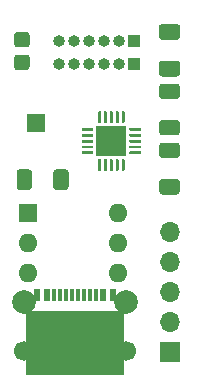
<source format=gbr>
%TF.GenerationSoftware,KiCad,Pcbnew,(5.1.9-0-10_14)*%
%TF.CreationDate,2021-04-20T11:58:30+01:00*%
%TF.ProjectId,Shelly,5368656c-6c79-42e6-9b69-6361645f7063,rev?*%
%TF.SameCoordinates,Original*%
%TF.FileFunction,Soldermask,Top*%
%TF.FilePolarity,Negative*%
%FSLAX46Y46*%
G04 Gerber Fmt 4.6, Leading zero omitted, Abs format (unit mm)*
G04 Created by KiCad (PCBNEW (5.1.9-0-10_14)) date 2021-04-20 11:58:30*
%MOMM*%
%LPD*%
G01*
G04 APERTURE LIST*
%ADD10O,1.000000X1.000000*%
%ADD11R,1.000000X1.000000*%
%ADD12R,1.524000X1.524000*%
%ADD13O,1.600000X1.600000*%
%ADD14R,1.600000X1.600000*%
%ADD15R,8.340000X5.490000*%
%ADD16R,0.600000X1.140000*%
%ADD17C,1.700000*%
%ADD18C,2.000000*%
%ADD19R,0.300000X1.140000*%
%ADD20C,1.524000*%
%ADD21R,2.500000X2.500000*%
%ADD22O,1.700000X1.700000*%
%ADD23R,1.700000X1.700000*%
G04 APERTURE END LIST*
D10*
%TO.C,J3*%
X174650000Y-62600000D03*
X175920000Y-62600000D03*
X177190000Y-62600000D03*
X178460000Y-62600000D03*
X179730000Y-62600000D03*
D11*
X181000000Y-62600000D03*
%TD*%
D12*
%TO.C,M1*%
X172730000Y-67620000D03*
%TD*%
D13*
%TO.C,U2*%
X179620000Y-75200000D03*
X172000000Y-80280000D03*
X179620000Y-77740000D03*
X172000000Y-77740000D03*
X179620000Y-80280000D03*
D14*
X172000000Y-75200000D03*
%TD*%
%TO.C,R3*%
G36*
G01*
X174150000Y-73025000D02*
X174150000Y-71775000D01*
G75*
G02*
X174400000Y-71525000I250000J0D01*
G01*
X175200000Y-71525000D01*
G75*
G02*
X175450000Y-71775000I0J-250000D01*
G01*
X175450000Y-73025000D01*
G75*
G02*
X175200000Y-73275000I-250000J0D01*
G01*
X174400000Y-73275000D01*
G75*
G02*
X174150000Y-73025000I0J250000D01*
G01*
G37*
G36*
G01*
X171050000Y-73025000D02*
X171050000Y-71775000D01*
G75*
G02*
X171300000Y-71525000I250000J0D01*
G01*
X172100000Y-71525000D01*
G75*
G02*
X172350000Y-71775000I0J-250000D01*
G01*
X172350000Y-73025000D01*
G75*
G02*
X172100000Y-73275000I-250000J0D01*
G01*
X171300000Y-73275000D01*
G75*
G02*
X171050000Y-73025000I0J250000D01*
G01*
G37*
%TD*%
%TO.C,D1*%
G36*
G01*
X171100000Y-61800000D02*
X171900000Y-61800000D01*
G75*
G02*
X172150000Y-62050000I0J-250000D01*
G01*
X172150000Y-62875000D01*
G75*
G02*
X171900000Y-63125000I-250000J0D01*
G01*
X171100000Y-63125000D01*
G75*
G02*
X170850000Y-62875000I0J250000D01*
G01*
X170850000Y-62050000D01*
G75*
G02*
X171100000Y-61800000I250000J0D01*
G01*
G37*
G36*
G01*
X171100000Y-59875000D02*
X171900000Y-59875000D01*
G75*
G02*
X172150000Y-60125000I0J-250000D01*
G01*
X172150000Y-60950000D01*
G75*
G02*
X171900000Y-61200000I-250000J0D01*
G01*
X171100000Y-61200000D01*
G75*
G02*
X170850000Y-60950000I0J250000D01*
G01*
X170850000Y-60125000D01*
G75*
G02*
X171100000Y-59875000I250000J0D01*
G01*
G37*
%TD*%
D15*
%TO.C,J4*%
X176000000Y-86255000D03*
D16*
X179200000Y-82140000D03*
X173600000Y-82140000D03*
X172800000Y-82140000D03*
X178400000Y-82140000D03*
D17*
X180325000Y-86910000D03*
X171675000Y-86910000D03*
D18*
X180325000Y-82730000D03*
X171675000Y-82730000D03*
D19*
X176250000Y-82140000D03*
X175750000Y-82140000D03*
X176750000Y-82140000D03*
X175250000Y-82140000D03*
X177250000Y-82140000D03*
X174750000Y-82140000D03*
X177750000Y-82140000D03*
X174250000Y-82140000D03*
D16*
X178400000Y-82140000D03*
X173600000Y-82140000D03*
X179200000Y-82140000D03*
X172800000Y-82140000D03*
%TD*%
D20*
%TO.C,U1*%
X179075000Y-69125000D03*
D21*
X179075000Y-69125000D03*
G36*
G01*
X177487500Y-70250000D02*
X176612500Y-70250000D01*
G75*
G02*
X176550000Y-70187500I0J62500D01*
G01*
X176550000Y-70062500D01*
G75*
G02*
X176612500Y-70000000I62500J0D01*
G01*
X177487500Y-70000000D01*
G75*
G02*
X177550000Y-70062500I0J-62500D01*
G01*
X177550000Y-70187500D01*
G75*
G02*
X177487500Y-70250000I-62500J0D01*
G01*
G37*
G36*
G01*
X177487500Y-69750000D02*
X176612500Y-69750000D01*
G75*
G02*
X176550000Y-69687500I0J62500D01*
G01*
X176550000Y-69562500D01*
G75*
G02*
X176612500Y-69500000I62500J0D01*
G01*
X177487500Y-69500000D01*
G75*
G02*
X177550000Y-69562500I0J-62500D01*
G01*
X177550000Y-69687500D01*
G75*
G02*
X177487500Y-69750000I-62500J0D01*
G01*
G37*
G36*
G01*
X177487500Y-69250000D02*
X176612500Y-69250000D01*
G75*
G02*
X176550000Y-69187500I0J62500D01*
G01*
X176550000Y-69062500D01*
G75*
G02*
X176612500Y-69000000I62500J0D01*
G01*
X177487500Y-69000000D01*
G75*
G02*
X177550000Y-69062500I0J-62500D01*
G01*
X177550000Y-69187500D01*
G75*
G02*
X177487500Y-69250000I-62500J0D01*
G01*
G37*
G36*
G01*
X177487500Y-68750000D02*
X176612500Y-68750000D01*
G75*
G02*
X176550000Y-68687500I0J62500D01*
G01*
X176550000Y-68562500D01*
G75*
G02*
X176612500Y-68500000I62500J0D01*
G01*
X177487500Y-68500000D01*
G75*
G02*
X177550000Y-68562500I0J-62500D01*
G01*
X177550000Y-68687500D01*
G75*
G02*
X177487500Y-68750000I-62500J0D01*
G01*
G37*
G36*
G01*
X177487500Y-68250000D02*
X176612500Y-68250000D01*
G75*
G02*
X176550000Y-68187500I0J62500D01*
G01*
X176550000Y-68062500D01*
G75*
G02*
X176612500Y-68000000I62500J0D01*
G01*
X177487500Y-68000000D01*
G75*
G02*
X177550000Y-68062500I0J-62500D01*
G01*
X177550000Y-68187500D01*
G75*
G02*
X177487500Y-68250000I-62500J0D01*
G01*
G37*
G36*
G01*
X178137500Y-67600000D02*
X178012500Y-67600000D01*
G75*
G02*
X177950000Y-67537500I0J62500D01*
G01*
X177950000Y-66662500D01*
G75*
G02*
X178012500Y-66600000I62500J0D01*
G01*
X178137500Y-66600000D01*
G75*
G02*
X178200000Y-66662500I0J-62500D01*
G01*
X178200000Y-67537500D01*
G75*
G02*
X178137500Y-67600000I-62500J0D01*
G01*
G37*
G36*
G01*
X178637500Y-67600000D02*
X178512500Y-67600000D01*
G75*
G02*
X178450000Y-67537500I0J62500D01*
G01*
X178450000Y-66662500D01*
G75*
G02*
X178512500Y-66600000I62500J0D01*
G01*
X178637500Y-66600000D01*
G75*
G02*
X178700000Y-66662500I0J-62500D01*
G01*
X178700000Y-67537500D01*
G75*
G02*
X178637500Y-67600000I-62500J0D01*
G01*
G37*
G36*
G01*
X179137500Y-67600000D02*
X179012500Y-67600000D01*
G75*
G02*
X178950000Y-67537500I0J62500D01*
G01*
X178950000Y-66662500D01*
G75*
G02*
X179012500Y-66600000I62500J0D01*
G01*
X179137500Y-66600000D01*
G75*
G02*
X179200000Y-66662500I0J-62500D01*
G01*
X179200000Y-67537500D01*
G75*
G02*
X179137500Y-67600000I-62500J0D01*
G01*
G37*
G36*
G01*
X179637500Y-67600000D02*
X179512500Y-67600000D01*
G75*
G02*
X179450000Y-67537500I0J62500D01*
G01*
X179450000Y-66662500D01*
G75*
G02*
X179512500Y-66600000I62500J0D01*
G01*
X179637500Y-66600000D01*
G75*
G02*
X179700000Y-66662500I0J-62500D01*
G01*
X179700000Y-67537500D01*
G75*
G02*
X179637500Y-67600000I-62500J0D01*
G01*
G37*
G36*
G01*
X180137500Y-67600000D02*
X180012500Y-67600000D01*
G75*
G02*
X179950000Y-67537500I0J62500D01*
G01*
X179950000Y-66662500D01*
G75*
G02*
X180012500Y-66600000I62500J0D01*
G01*
X180137500Y-66600000D01*
G75*
G02*
X180200000Y-66662500I0J-62500D01*
G01*
X180200000Y-67537500D01*
G75*
G02*
X180137500Y-67600000I-62500J0D01*
G01*
G37*
G36*
G01*
X181537500Y-68250000D02*
X180662500Y-68250000D01*
G75*
G02*
X180600000Y-68187500I0J62500D01*
G01*
X180600000Y-68062500D01*
G75*
G02*
X180662500Y-68000000I62500J0D01*
G01*
X181537500Y-68000000D01*
G75*
G02*
X181600000Y-68062500I0J-62500D01*
G01*
X181600000Y-68187500D01*
G75*
G02*
X181537500Y-68250000I-62500J0D01*
G01*
G37*
G36*
G01*
X181537500Y-68750000D02*
X180662500Y-68750000D01*
G75*
G02*
X180600000Y-68687500I0J62500D01*
G01*
X180600000Y-68562500D01*
G75*
G02*
X180662500Y-68500000I62500J0D01*
G01*
X181537500Y-68500000D01*
G75*
G02*
X181600000Y-68562500I0J-62500D01*
G01*
X181600000Y-68687500D01*
G75*
G02*
X181537500Y-68750000I-62500J0D01*
G01*
G37*
G36*
G01*
X181537500Y-69250000D02*
X180662500Y-69250000D01*
G75*
G02*
X180600000Y-69187500I0J62500D01*
G01*
X180600000Y-69062500D01*
G75*
G02*
X180662500Y-69000000I62500J0D01*
G01*
X181537500Y-69000000D01*
G75*
G02*
X181600000Y-69062500I0J-62500D01*
G01*
X181600000Y-69187500D01*
G75*
G02*
X181537500Y-69250000I-62500J0D01*
G01*
G37*
G36*
G01*
X181537500Y-69750000D02*
X180662500Y-69750000D01*
G75*
G02*
X180600000Y-69687500I0J62500D01*
G01*
X180600000Y-69562500D01*
G75*
G02*
X180662500Y-69500000I62500J0D01*
G01*
X181537500Y-69500000D01*
G75*
G02*
X181600000Y-69562500I0J-62500D01*
G01*
X181600000Y-69687500D01*
G75*
G02*
X181537500Y-69750000I-62500J0D01*
G01*
G37*
G36*
G01*
X181537500Y-70250000D02*
X180662500Y-70250000D01*
G75*
G02*
X180600000Y-70187500I0J62500D01*
G01*
X180600000Y-70062500D01*
G75*
G02*
X180662500Y-70000000I62500J0D01*
G01*
X181537500Y-70000000D01*
G75*
G02*
X181600000Y-70062500I0J-62500D01*
G01*
X181600000Y-70187500D01*
G75*
G02*
X181537500Y-70250000I-62500J0D01*
G01*
G37*
G36*
G01*
X180137500Y-71650000D02*
X180012500Y-71650000D01*
G75*
G02*
X179950000Y-71587500I0J62500D01*
G01*
X179950000Y-70712500D01*
G75*
G02*
X180012500Y-70650000I62500J0D01*
G01*
X180137500Y-70650000D01*
G75*
G02*
X180200000Y-70712500I0J-62500D01*
G01*
X180200000Y-71587500D01*
G75*
G02*
X180137500Y-71650000I-62500J0D01*
G01*
G37*
G36*
G01*
X179637500Y-71650000D02*
X179512500Y-71650000D01*
G75*
G02*
X179450000Y-71587500I0J62500D01*
G01*
X179450000Y-70712500D01*
G75*
G02*
X179512500Y-70650000I62500J0D01*
G01*
X179637500Y-70650000D01*
G75*
G02*
X179700000Y-70712500I0J-62500D01*
G01*
X179700000Y-71587500D01*
G75*
G02*
X179637500Y-71650000I-62500J0D01*
G01*
G37*
G36*
G01*
X179137500Y-71650000D02*
X179012500Y-71650000D01*
G75*
G02*
X178950000Y-71587500I0J62500D01*
G01*
X178950000Y-70712500D01*
G75*
G02*
X179012500Y-70650000I62500J0D01*
G01*
X179137500Y-70650000D01*
G75*
G02*
X179200000Y-70712500I0J-62500D01*
G01*
X179200000Y-71587500D01*
G75*
G02*
X179137500Y-71650000I-62500J0D01*
G01*
G37*
G36*
G01*
X178637500Y-71650000D02*
X178512500Y-71650000D01*
G75*
G02*
X178450000Y-71587500I0J62500D01*
G01*
X178450000Y-70712500D01*
G75*
G02*
X178512500Y-70650000I62500J0D01*
G01*
X178637500Y-70650000D01*
G75*
G02*
X178700000Y-70712500I0J-62500D01*
G01*
X178700000Y-71587500D01*
G75*
G02*
X178637500Y-71650000I-62500J0D01*
G01*
G37*
G36*
G01*
X178137500Y-71650000D02*
X178012500Y-71650000D01*
G75*
G02*
X177950000Y-71587500I0J62500D01*
G01*
X177950000Y-70712500D01*
G75*
G02*
X178012500Y-70650000I62500J0D01*
G01*
X178137500Y-70650000D01*
G75*
G02*
X178200000Y-70712500I0J-62500D01*
G01*
X178200000Y-71587500D01*
G75*
G02*
X178137500Y-71650000I-62500J0D01*
G01*
G37*
%TD*%
%TO.C,C1*%
G36*
G01*
X184650001Y-60537500D02*
X183349999Y-60537500D01*
G75*
G02*
X183100000Y-60287501I0J249999D01*
G01*
X183100000Y-59462499D01*
G75*
G02*
X183349999Y-59212500I249999J0D01*
G01*
X184650001Y-59212500D01*
G75*
G02*
X184900000Y-59462499I0J-249999D01*
G01*
X184900000Y-60287501D01*
G75*
G02*
X184650001Y-60537500I-249999J0D01*
G01*
G37*
G36*
G01*
X184650001Y-63662500D02*
X183349999Y-63662500D01*
G75*
G02*
X183100000Y-63412501I0J249999D01*
G01*
X183100000Y-62587499D01*
G75*
G02*
X183349999Y-62337500I249999J0D01*
G01*
X184650001Y-62337500D01*
G75*
G02*
X184900000Y-62587499I0J-249999D01*
G01*
X184900000Y-63412501D01*
G75*
G02*
X184650001Y-63662500I-249999J0D01*
G01*
G37*
%TD*%
D10*
%TO.C,J2*%
X174650000Y-60630000D03*
X175920000Y-60630000D03*
X177190000Y-60630000D03*
X178460000Y-60630000D03*
X179730000Y-60630000D03*
D11*
X181000000Y-60630000D03*
%TD*%
D22*
%TO.C,J1*%
X184000000Y-76840000D03*
X184000000Y-79380000D03*
X184000000Y-81920000D03*
X184000000Y-84460000D03*
D23*
X184000000Y-87000000D03*
%TD*%
%TO.C,R5*%
G36*
G01*
X184625000Y-70550000D02*
X183375000Y-70550000D01*
G75*
G02*
X183125000Y-70300000I0J250000D01*
G01*
X183125000Y-69500000D01*
G75*
G02*
X183375000Y-69250000I250000J0D01*
G01*
X184625000Y-69250000D01*
G75*
G02*
X184875000Y-69500000I0J-250000D01*
G01*
X184875000Y-70300000D01*
G75*
G02*
X184625000Y-70550000I-250000J0D01*
G01*
G37*
G36*
G01*
X184625000Y-73650000D02*
X183375000Y-73650000D01*
G75*
G02*
X183125000Y-73400000I0J250000D01*
G01*
X183125000Y-72600000D01*
G75*
G02*
X183375000Y-72350000I250000J0D01*
G01*
X184625000Y-72350000D01*
G75*
G02*
X184875000Y-72600000I0J-250000D01*
G01*
X184875000Y-73400000D01*
G75*
G02*
X184625000Y-73650000I-250000J0D01*
G01*
G37*
%TD*%
%TO.C,R4*%
G36*
G01*
X183375000Y-67350000D02*
X184625000Y-67350000D01*
G75*
G02*
X184875000Y-67600000I0J-250000D01*
G01*
X184875000Y-68400000D01*
G75*
G02*
X184625000Y-68650000I-250000J0D01*
G01*
X183375000Y-68650000D01*
G75*
G02*
X183125000Y-68400000I0J250000D01*
G01*
X183125000Y-67600000D01*
G75*
G02*
X183375000Y-67350000I250000J0D01*
G01*
G37*
G36*
G01*
X183375000Y-64250000D02*
X184625000Y-64250000D01*
G75*
G02*
X184875000Y-64500000I0J-250000D01*
G01*
X184875000Y-65300000D01*
G75*
G02*
X184625000Y-65550000I-250000J0D01*
G01*
X183375000Y-65550000D01*
G75*
G02*
X183125000Y-65300000I0J250000D01*
G01*
X183125000Y-64500000D01*
G75*
G02*
X183375000Y-64250000I250000J0D01*
G01*
G37*
%TD*%
M02*

</source>
